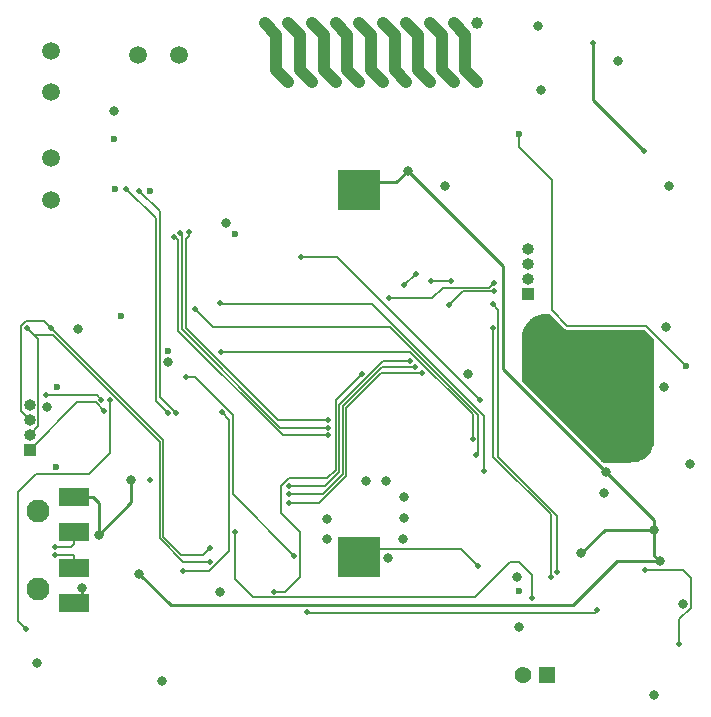
<source format=gbr>
%TF.GenerationSoftware,KiCad,Pcbnew,(6.0.0)*%
%TF.CreationDate,2022-04-27T19:52:18+01:00*%
%TF.ProjectId,flora,666c6f72-612e-46b6-9963-61645f706362,A*%
%TF.SameCoordinates,Original*%
%TF.FileFunction,Copper,L4,Bot*%
%TF.FilePolarity,Positive*%
%FSLAX46Y46*%
G04 Gerber Fmt 4.6, Leading zero omitted, Abs format (unit mm)*
G04 Created by KiCad (PCBNEW (6.0.0)) date 2022-04-27 19:52:18*
%MOMM*%
%LPD*%
G01*
G04 APERTURE LIST*
%TA.AperFunction,EtchedComponent*%
%ADD10C,1.000000*%
%TD*%
%TA.AperFunction,ComponentPad*%
%ADD11C,1.950000*%
%TD*%
%TA.AperFunction,ComponentPad*%
%ADD12C,1.500000*%
%TD*%
%TA.AperFunction,ComponentPad*%
%ADD13R,1.425000X1.425000*%
%TD*%
%TA.AperFunction,ComponentPad*%
%ADD14C,1.425000*%
%TD*%
%TA.AperFunction,ComponentPad*%
%ADD15R,1.000000X1.000000*%
%TD*%
%TA.AperFunction,ComponentPad*%
%ADD16O,1.000000X1.000000*%
%TD*%
%TA.AperFunction,ComponentPad*%
%ADD17C,1.000000*%
%TD*%
%TA.AperFunction,SMDPad,CuDef*%
%ADD18R,3.600000X3.400000*%
%TD*%
%TA.AperFunction,SMDPad,CuDef*%
%ADD19R,2.540000X1.524000*%
%TD*%
%TA.AperFunction,ViaPad*%
%ADD20C,0.500000*%
%TD*%
%TA.AperFunction,ViaPad*%
%ADD21C,0.800000*%
%TD*%
%TA.AperFunction,ViaPad*%
%ADD22C,0.600000*%
%TD*%
%TA.AperFunction,Conductor*%
%ADD23C,0.150000*%
%TD*%
%TA.AperFunction,Conductor*%
%ADD24C,0.250000*%
%TD*%
%TA.AperFunction,Conductor*%
%ADD25C,0.200000*%
%TD*%
G04 APERTURE END LIST*
D10*
%TO.C,AE1*%
X213250000Y-108250000D02*
X213250000Y-111250000D01*
X197250000Y-108250000D02*
X197250000Y-111250000D01*
X209250000Y-108250000D02*
X209250000Y-111250000D01*
X197250000Y-111250000D02*
X198250000Y-112250000D01*
X204250000Y-107250000D02*
X205250000Y-108250000D01*
X207250000Y-108250000D02*
X207250000Y-111250000D01*
X206250000Y-107250000D02*
X207250000Y-108250000D01*
X207250000Y-111250000D02*
X208250000Y-112250000D01*
X212250000Y-107250000D02*
X213250000Y-108250000D01*
X200250000Y-107250000D02*
X201250000Y-108250000D01*
X198250000Y-107250000D02*
X199250000Y-108250000D01*
X203250000Y-108250000D02*
X203250000Y-111250000D01*
X201250000Y-108250000D02*
X201250000Y-111250000D01*
X199250000Y-111250000D02*
X200250000Y-112250000D01*
X199250000Y-108250000D02*
X199250000Y-111250000D01*
X210250000Y-107250000D02*
X211250000Y-108250000D01*
X202250000Y-107250000D02*
X203250000Y-108250000D01*
X208250000Y-107250000D02*
X209250000Y-108250000D01*
X209250000Y-111250000D02*
X210250000Y-112250000D01*
X203250000Y-111250000D02*
X204250000Y-112250000D01*
X196250000Y-107250000D02*
X197250000Y-108250000D01*
X211250000Y-108250000D02*
X211250000Y-111250000D01*
X211250000Y-111250000D02*
X212250000Y-112250000D01*
X201250000Y-111250000D02*
X202250000Y-112250000D01*
X205250000Y-108250000D02*
X205250000Y-111250000D01*
X213250000Y-111250000D02*
X214250000Y-112250000D01*
X205250000Y-111250000D02*
X206250000Y-112250000D01*
%TD*%
D11*
%TO.P,J4,MH1,MH1*%
%TO.N,unconnected-(J4-PadMH1)*%
X177025000Y-148550000D03*
%TO.P,J4,MH2,MH2*%
%TO.N,unconnected-(J4-PadMH2)*%
X177025000Y-155150000D03*
%TD*%
D12*
%TO.P,J3,1,1*%
%TO.N,GPIO13*%
X189000000Y-109950000D03*
%TO.P,J3,2,2*%
%TO.N,GND*%
X185500000Y-109950000D03*
%TD*%
D13*
%TO.P,J5,1,1*%
%TO.N,GND*%
X220150000Y-162450000D03*
D14*
%TO.P,J5,2,2*%
%TO.N,+VSW*%
X218150000Y-162450000D03*
%TD*%
D15*
%TO.P,J8,1,Pin_1*%
%TO.N,GPIO14*%
X218550000Y-130150000D03*
D16*
%TO.P,J8,2,Pin_2*%
%TO.N,GPIO12*%
X218550000Y-128880000D03*
%TO.P,J8,3,Pin_3*%
%TO.N,GPIO13*%
X218550000Y-127610000D03*
%TO.P,J8,4,Pin_4*%
%TO.N,GPIO15*%
X218550000Y-126340000D03*
%TD*%
D15*
%TO.P,J6,1,Pin_1*%
%TO.N,/Microcontroller/DTR*%
X176350000Y-143350000D03*
D16*
%TO.P,J6,2,Pin_2*%
%TO.N,/Microcontroller/U0TXD*%
X176350000Y-142080000D03*
%TO.P,J6,3,Pin_3*%
%TO.N,/Microcontroller/U0RXD*%
X176350000Y-140810000D03*
%TO.P,J6,4,Pin_4*%
%TO.N,/Microcontroller/RTS*%
X176350000Y-139540000D03*
%TD*%
D17*
%TO.P,AE1,*%
%TO.N,*%
X208250000Y-112250000D03*
X214250000Y-107250000D03*
X208250000Y-107250000D03*
X204250000Y-112250000D03*
X196250000Y-107250000D03*
X204250000Y-107250000D03*
X206250000Y-107250000D03*
X198250000Y-107250000D03*
X200250000Y-107250000D03*
X210250000Y-112250000D03*
X202250000Y-112250000D03*
X206250000Y-112250000D03*
X202250000Y-107250000D03*
X212250000Y-107250000D03*
X210250000Y-107250000D03*
X200250000Y-112250000D03*
X198250000Y-112250000D03*
X212250000Y-112250000D03*
X214250000Y-112250000D03*
%TD*%
D12*
%TO.P,J1,1,1*%
%TO.N,GPIO14*%
X178150000Y-118700000D03*
%TO.P,J1,2,2*%
%TO.N,GND*%
X178150000Y-122200000D03*
%TD*%
%TO.P,J2,1,1*%
%TO.N,GPIO12*%
X178150000Y-109600000D03*
%TO.P,J2,2,2*%
%TO.N,GND*%
X178150000Y-113100000D03*
%TD*%
D18*
%TO.P,BT1,1,+*%
%TO.N,VDD*%
X204198921Y-121350000D03*
%TO.P,BT1,2,-*%
%TO.N,Net-(BT1-Pad2)*%
X204198921Y-152450000D03*
%TD*%
D19*
%TO.P,TP3,1,VBUS*%
%TO.N,VBUS*%
X180100000Y-147350000D03*
%TO.P,TP3,2,D-*%
%TO.N,D-*%
X180100000Y-150350000D03*
%TO.P,TP3,3,D+*%
%TO.N,D+*%
X180100000Y-153350000D03*
%TO.P,TP3,4,GND*%
%TO.N,GND*%
X180100000Y-156350000D03*
%TD*%
D20*
%TO.N,EN*%
X198735523Y-152335523D03*
X183152684Y-139147316D03*
X176050000Y-158550000D03*
X189600000Y-137220000D03*
%TO.N,Net-(C10-Pad2)*%
X228350000Y-118050000D03*
X224050000Y-108950000D03*
%TO.N,GPIO0*%
X192620000Y-140180000D03*
X189350000Y-153650000D03*
D21*
%TO.N,VBUS*%
X184950000Y-145950000D03*
X182200000Y-150550000D03*
D20*
%TO.N,GPIO25*%
X214850000Y-145150000D03*
X192450000Y-130950000D03*
%TO.N,GPIO26*%
X190350000Y-131450000D03*
X214150000Y-143850000D03*
%TO.N,GPIO27*%
X192550000Y-135050000D03*
X213850000Y-142450000D03*
%TO.N,GPIO14*%
X199350000Y-127050000D03*
X214450000Y-139150000D03*
X201650000Y-142149006D03*
X188550000Y-125350000D03*
%TO.N,GPIO12*%
X189106944Y-125015834D03*
X201650000Y-141499503D03*
%TO.N,GPIO13*%
X211850000Y-131150000D03*
X215650000Y-129950000D03*
X189850000Y-124950000D03*
X201650000Y-140850000D03*
%TO.N,GPIO15*%
X215650000Y-129250000D03*
X206750000Y-130550000D03*
%TO.N,GPIO16*%
X185650000Y-121450000D03*
X188750000Y-140250000D03*
%TO.N,GPIO17*%
X188050000Y-140250000D03*
X184550000Y-121250000D03*
%TO.N,GPIO5*%
X198350000Y-146450000D03*
X208550000Y-135850000D03*
%TO.N,GPIO18*%
X208939702Y-136369602D03*
X198350000Y-147150000D03*
X212050000Y-129050000D03*
X210350000Y-129050000D03*
%TO.N,GPIO21*%
X193724500Y-150350000D03*
X218850000Y-155950000D03*
%TO.N,/Microcontroller/U0RXD*%
X178150000Y-133050000D03*
X191650000Y-151650000D03*
%TO.N,/Microcontroller/U0TXD*%
X191650000Y-152850000D03*
X176150000Y-133050000D03*
%TO.N,GPIO22*%
X199850000Y-157099011D03*
X224400000Y-156950000D03*
%TO.N,D-*%
X178471551Y-151572048D03*
%TO.N,D+*%
X178500000Y-152250000D03*
D21*
%TO.N,VDD*%
X208350000Y-119750000D03*
X229750000Y-152824500D03*
X223050000Y-152150000D03*
X229250000Y-150150000D03*
X185650000Y-153850000D03*
X225150000Y-145250000D03*
D22*
%TO.N,+3V3*%
X231950000Y-136250000D03*
X183450000Y-117050000D03*
X178650000Y-138089500D03*
X193700000Y-125100000D03*
X188050000Y-134990000D03*
X186550000Y-121450000D03*
X183550000Y-121250000D03*
X217750000Y-116650000D03*
X184050000Y-132019502D03*
X217750000Y-155350000D03*
X178550000Y-144850000D03*
D20*
%TO.N,Net-(BT1-Pad2)*%
X214350000Y-153250000D03*
%TO.N,Net-(JP5-Pad1)*%
X215550000Y-131050000D03*
X220961323Y-153749500D03*
%TO.N,Net-(D2-Pad1)*%
X231350000Y-159850000D03*
X228450000Y-153550000D03*
%TO.N,Net-(JP4-Pad1)*%
X220450000Y-154150000D03*
X215550000Y-133050000D03*
%TO.N,Net-(JP7-Pad1)*%
X223550000Y-137850000D03*
%TO.N,/Microcontroller/RTS*%
X182385523Y-139114477D03*
X177750000Y-138750000D03*
%TO.N,/Microcontroller/DTR*%
X182678184Y-140050000D03*
D21*
%TO.N,GND*%
X193000000Y-124200000D03*
X183450000Y-114650000D03*
X230250000Y-132950000D03*
X226150000Y-110450000D03*
X232250000Y-144550000D03*
X187550000Y-162950000D03*
X230050000Y-138062500D03*
X180450000Y-133150000D03*
X180800000Y-155050000D03*
X207950000Y-150950000D03*
X192450000Y-155450000D03*
X219350000Y-107450000D03*
X217650000Y-154150000D03*
X208050000Y-149150000D03*
X201550000Y-150950000D03*
X177850000Y-139750000D03*
X231650000Y-156450000D03*
X217750000Y-158350000D03*
X213450000Y-136950000D03*
X206698423Y-152550000D03*
X219650000Y-112950000D03*
X208050000Y-147350000D03*
X204850000Y-146050000D03*
X188050000Y-135950000D03*
X201550000Y-149250000D03*
X230440539Y-121071478D03*
X176950000Y-161450000D03*
X211550000Y-121050000D03*
X224950000Y-147050000D03*
X206550000Y-146050000D03*
X229250000Y-164150000D03*
D20*
X186550000Y-145950000D03*
%TO.N,GPIO19*%
X209550000Y-136850000D03*
X198350000Y-147850000D03*
%TO.N,GPIO23*%
X197050000Y-155400011D03*
X204514477Y-136914477D03*
X209050000Y-128450000D03*
X208075500Y-129450000D03*
%TD*%
D23*
%TO.N,EN*%
X175350000Y-146950000D02*
X176850000Y-145450000D01*
X190331061Y-137220000D02*
X189600000Y-137220000D01*
X175350000Y-157850000D02*
X175350000Y-146950000D01*
X193549520Y-140438459D02*
X190331061Y-137220000D01*
X183152684Y-143647316D02*
X183152684Y-139147316D01*
X193549520Y-147149520D02*
X193549520Y-140438459D01*
X176050000Y-158550000D02*
X175350000Y-157850000D01*
X198735523Y-152335523D02*
X193549520Y-147149520D01*
X181350000Y-145450000D02*
X183152684Y-143647316D01*
X176850000Y-145450000D02*
X181350000Y-145450000D01*
D24*
%TO.N,Net-(C10-Pad2)*%
X224050000Y-113750000D02*
X224050000Y-108950000D01*
X228350000Y-118050000D02*
X224050000Y-113750000D01*
D23*
%TO.N,GPIO0*%
X193250000Y-151921061D02*
X193250000Y-140810000D01*
X189350000Y-153650000D02*
X191521061Y-153650000D01*
X191521061Y-153650000D02*
X193250000Y-151921061D01*
X193250000Y-140810000D02*
X192620000Y-140180000D01*
D24*
%TO.N,VBUS*%
X181700000Y-147350000D02*
X180100000Y-147350000D01*
X184950000Y-147800000D02*
X182200000Y-150550000D01*
X184950000Y-145950000D02*
X184950000Y-147800000D01*
X182200000Y-150550000D02*
X182200000Y-147850000D01*
X182200000Y-147850000D02*
X181700000Y-147350000D01*
D23*
%TO.N,GPIO25*%
X205368232Y-131050000D02*
X192550000Y-131050000D01*
X192550000Y-131050000D02*
X192450000Y-130950000D01*
X214850000Y-145150000D02*
X214850000Y-140531768D01*
X214850000Y-140531768D02*
X205368232Y-131050000D01*
%TO.N,GPIO26*%
X191902677Y-133002677D02*
X206897323Y-133002677D01*
X206897323Y-133002677D02*
X214324511Y-140429864D01*
X214324511Y-143675489D02*
X214150000Y-143850000D01*
X190350000Y-131450000D02*
X191902677Y-133002677D01*
X214324511Y-140429864D02*
X214324511Y-143675489D01*
%TO.N,GPIO27*%
X213850000Y-142450000D02*
X213850000Y-140378939D01*
X213850000Y-140378939D02*
X208521061Y-135050000D01*
X192550000Y-135050000D02*
X208521061Y-135050000D01*
%TO.N,GPIO14*%
X188950000Y-133297170D02*
X188950000Y-125650000D01*
X188650000Y-125350000D02*
X188550000Y-125350000D01*
X214450000Y-139150000D02*
X202350000Y-127050000D01*
X201650000Y-142149006D02*
X197801836Y-142149006D01*
X197801836Y-142149006D02*
X188950000Y-133297170D01*
X202350000Y-127050000D02*
X199350000Y-127050000D01*
X188950000Y-125650000D02*
X188650000Y-125350000D01*
%TO.N,GPIO12*%
X189250000Y-133173585D02*
X189250000Y-125158890D01*
X197575918Y-141499503D02*
X189250000Y-133173585D01*
X201650000Y-141499503D02*
X197575918Y-141499503D01*
X189250000Y-125158890D02*
X189106944Y-125015834D01*
%TO.N,GPIO13*%
X189850000Y-125250000D02*
X189850000Y-124950000D01*
X201650000Y-140850000D02*
X197350000Y-140850000D01*
X213050000Y-129950000D02*
X215650000Y-129950000D01*
X211850000Y-131150000D02*
X213050000Y-129950000D01*
X189550000Y-133050000D02*
X189550000Y-125550000D01*
X197350000Y-140850000D02*
X189550000Y-133050000D01*
X189550000Y-125550000D02*
X189850000Y-125250000D01*
%TO.N,GPIO15*%
X215250000Y-129650000D02*
X211350000Y-129650000D01*
X215650000Y-129250000D02*
X215250000Y-129650000D01*
X210450000Y-130550000D02*
X206750000Y-130550000D01*
X211350000Y-129650000D02*
X210450000Y-130550000D01*
%TO.N,GPIO16*%
X187375489Y-138875489D02*
X187375489Y-123175489D01*
X188750000Y-140250000D02*
X187375489Y-138875489D01*
X187375489Y-123175489D02*
X185650000Y-121450000D01*
%TO.N,GPIO17*%
X187075969Y-123775969D02*
X184550000Y-121250000D01*
X187050000Y-139250000D02*
X188050000Y-140250000D01*
X187075969Y-139275969D02*
X187075969Y-123775969D01*
%TO.N,GPIO5*%
X198350000Y-146450000D02*
X201350000Y-146450000D01*
X206250000Y-135850000D02*
X208550000Y-135850000D01*
X201350000Y-146450000D02*
X202549520Y-145250480D01*
X202549520Y-145250480D02*
X202549520Y-139550481D01*
X202549520Y-139550481D02*
X206250000Y-135850000D01*
%TO.N,GPIO18*%
X206153985Y-136369602D02*
X208939702Y-136369602D01*
X210350000Y-129050000D02*
X212050000Y-129050000D01*
X198350000Y-147150000D02*
X201150000Y-147150000D01*
X202850000Y-139673587D02*
X206153985Y-136369602D01*
X202850000Y-145450000D02*
X202850000Y-139673587D01*
X201150000Y-147150000D02*
X202850000Y-145450000D01*
%TO.N,GPIO21*%
X217750000Y-152850000D02*
X218850000Y-153950000D01*
X217050000Y-152850000D02*
X217750000Y-152850000D01*
X193724500Y-150350000D02*
X193724500Y-154324500D01*
X214025489Y-155874511D02*
X217050000Y-152850000D01*
X218850000Y-153950000D02*
X218850000Y-155950000D01*
X193724500Y-154324500D02*
X195274511Y-155874511D01*
X195274511Y-155874511D02*
X214025489Y-155874511D01*
%TO.N,/Microcontroller/U0RXD*%
X187650000Y-142550000D02*
X187650000Y-150750000D01*
X176078939Y-132450000D02*
X177550000Y-132450000D01*
X191050000Y-152250000D02*
X191650000Y-151650000D01*
X189150000Y-152250000D02*
X191050000Y-152250000D01*
X178150000Y-133050000D02*
X187650000Y-142550000D01*
X187650000Y-150750000D02*
X189150000Y-152250000D01*
X177550000Y-132450000D02*
X178150000Y-133050000D01*
X176350000Y-140810000D02*
X175625489Y-140085489D01*
X175625489Y-140085489D02*
X175625489Y-132903450D01*
X175625489Y-132903450D02*
X176078939Y-132450000D01*
%TO.N,/Microcontroller/U0TXD*%
X176711793Y-133611793D02*
X178288207Y-133611793D01*
X176350000Y-142080000D02*
X177074511Y-141355489D01*
X176150000Y-133050000D02*
X177074511Y-133974511D01*
X187350480Y-142674066D02*
X187350480Y-150874066D01*
X178288207Y-133611793D02*
X187350480Y-142674066D01*
X177074511Y-141355489D02*
X177074511Y-133974511D01*
X187350480Y-150874066D02*
X189326414Y-152850000D01*
X189326414Y-152850000D02*
X191650000Y-152850000D01*
%TO.N,GPIO22*%
X199900989Y-157150000D02*
X224200000Y-157150000D01*
X224200000Y-157150000D02*
X224400000Y-156950000D01*
X199850000Y-157099011D02*
X199900989Y-157150000D01*
D25*
%TO.N,D-*%
X178471551Y-151572048D02*
X179877952Y-151572048D01*
X180100000Y-151350000D02*
X180100000Y-150350000D01*
X179877952Y-151572048D02*
X180100000Y-151350000D01*
%TO.N,D+*%
X180000000Y-152250000D02*
X180100000Y-152350000D01*
X178500000Y-152250000D02*
X180000000Y-152250000D01*
X180100000Y-152350000D02*
X180100000Y-153350000D01*
D24*
%TO.N,VDD*%
X185650000Y-153850000D02*
X188324511Y-156524511D01*
X229250000Y-152324500D02*
X229750000Y-152824500D01*
X222375489Y-156524511D02*
X188324511Y-156524511D01*
X216424031Y-136524031D02*
X216424031Y-127824031D01*
X225150000Y-145250000D02*
X216424031Y-136524031D01*
X207400000Y-120700000D02*
X208350000Y-119750000D01*
X223050000Y-152150000D02*
X225050000Y-150150000D01*
X229250000Y-150150000D02*
X229250000Y-152324500D01*
X226075500Y-152824500D02*
X222375489Y-156524511D01*
X204298921Y-120700000D02*
X207400000Y-120700000D01*
X229250000Y-149350000D02*
X229250000Y-150150000D01*
X225150000Y-145250000D02*
X229250000Y-149350000D01*
X216424031Y-127824031D02*
X208350000Y-119750000D01*
X225050000Y-150150000D02*
X229250000Y-150150000D01*
X229750000Y-152824500D02*
X226075500Y-152824500D01*
D25*
%TO.N,+3V3*%
X217750000Y-117750000D02*
X217750000Y-116650000D01*
X221850000Y-132850000D02*
X228550000Y-132850000D01*
X221850000Y-132850000D02*
X220550000Y-131550000D01*
X220550000Y-131550000D02*
X220550000Y-120550000D01*
X231950000Y-136250000D02*
X228550000Y-132850000D01*
X217750000Y-117750000D02*
X220550000Y-120550000D01*
%TO.N,Net-(BT1-Pad2)*%
X214350000Y-153250000D02*
X212900000Y-151800000D01*
X212900000Y-151800000D02*
X204298921Y-151800000D01*
D23*
%TO.N,Net-(JP5-Pad1)*%
X216024511Y-144000925D02*
X220961323Y-148937738D01*
X216024511Y-131524511D02*
X215550000Y-131050000D01*
X220961323Y-153749500D02*
X220961323Y-148937738D01*
X216024511Y-144000925D02*
X216024511Y-131524511D01*
%TO.N,Net-(D2-Pad1)*%
X232324511Y-156729393D02*
X232324511Y-154224511D01*
X232324511Y-154224511D02*
X231650000Y-153550000D01*
X231350000Y-159850000D02*
X231350000Y-157703904D01*
X231650000Y-153550000D02*
X228450000Y-153550000D01*
X231350000Y-157703904D02*
X232324511Y-156729393D01*
%TO.N,Net-(JP4-Pad1)*%
X215550000Y-143950000D02*
X215550000Y-133050000D01*
X215550000Y-143950000D02*
X220450000Y-148850000D01*
X220450000Y-154150000D02*
X220450000Y-148850000D01*
%TO.N,/Microcontroller/RTS*%
X177750000Y-138750000D02*
X182021046Y-138750000D01*
X182021046Y-138750000D02*
X182385523Y-139114477D01*
%TO.N,/Microcontroller/DTR*%
X182650000Y-140050000D02*
X182678184Y-140050000D01*
X176350000Y-143350000D02*
X180350000Y-139350000D01*
X181950000Y-139350000D02*
X182650000Y-140050000D01*
X180350000Y-139350000D02*
X181950000Y-139350000D01*
D24*
%TO.N,GND*%
X180800000Y-155650000D02*
X180800000Y-155050000D01*
X180100000Y-156350000D02*
X180800000Y-155650000D01*
D23*
%TO.N,GPIO19*%
X203150000Y-139797173D02*
X206097173Y-136850000D01*
X198350000Y-147850000D02*
X200873585Y-147850000D01*
X203150000Y-145573585D02*
X203150000Y-139797173D01*
X200873585Y-147850000D02*
X203150000Y-145573585D01*
X206097173Y-136850000D02*
X209550000Y-136850000D01*
%TO.N,GPIO23*%
X198350000Y-145750000D02*
X201550000Y-145750000D01*
X202250000Y-139178954D02*
X204514477Y-136914477D01*
X197650000Y-146450000D02*
X198350000Y-145750000D01*
X197650000Y-148750000D02*
X197650000Y-146450000D01*
X199250000Y-150350000D02*
X197650000Y-148750000D01*
X201550000Y-145750000D02*
X202250000Y-145050000D01*
X209050000Y-128475500D02*
X208075500Y-129450000D01*
X202250000Y-145050000D02*
X202250000Y-139178954D01*
X197050000Y-155400011D02*
X197999989Y-155400011D01*
X199250000Y-154150000D02*
X199250000Y-150350000D01*
X197999989Y-155400011D02*
X199250000Y-154150000D01*
X209050000Y-128450000D02*
X209050000Y-128475500D01*
%TD*%
%TA.AperFunction,Conductor*%
%TO.N,Net-(JP7-Pad1)*%
G36*
X220364592Y-131870002D02*
G01*
X220385566Y-131886905D01*
X221563084Y-133064423D01*
X221575592Y-133079909D01*
X221578526Y-133083134D01*
X221584175Y-133091882D01*
X221592352Y-133098328D01*
X221608430Y-133111003D01*
X221612431Y-133114559D01*
X221612516Y-133114459D01*
X221616473Y-133117812D01*
X221620156Y-133121495D01*
X221624391Y-133124521D01*
X221624393Y-133124523D01*
X221634669Y-133131866D01*
X221639417Y-133135431D01*
X221668677Y-133158498D01*
X221668679Y-133158499D01*
X221676857Y-133164946D01*
X221684927Y-133167780D01*
X221691886Y-133172753D01*
X221701864Y-133175737D01*
X221701866Y-133175738D01*
X221737576Y-133186417D01*
X221743220Y-133188251D01*
X221788208Y-133204050D01*
X221793404Y-133204500D01*
X221796111Y-133204500D01*
X221798365Y-133204597D01*
X221798841Y-133204740D01*
X221798839Y-133204786D01*
X221799038Y-133204799D01*
X221804955Y-133206568D01*
X221855124Y-133204597D01*
X221860070Y-133204500D01*
X228350971Y-133204500D01*
X228419092Y-133224502D01*
X228440066Y-133241405D01*
X229213095Y-134014434D01*
X229247121Y-134076746D01*
X229250000Y-134103529D01*
X229250000Y-142445499D01*
X229249679Y-142454487D01*
X229230286Y-142725645D01*
X229227728Y-142743433D01*
X229170903Y-143004654D01*
X229165840Y-143021900D01*
X229072411Y-143272393D01*
X229064945Y-143288740D01*
X228936824Y-143523375D01*
X228927105Y-143538498D01*
X228766897Y-143752510D01*
X228755124Y-143766096D01*
X228566096Y-143955124D01*
X228552510Y-143966897D01*
X228338498Y-144127105D01*
X228323375Y-144136824D01*
X228088740Y-144264945D01*
X228072393Y-144272411D01*
X227821900Y-144365840D01*
X227804658Y-144370902D01*
X227543433Y-144427728D01*
X227525650Y-144430285D01*
X227303871Y-144446147D01*
X227254487Y-144449679D01*
X227245499Y-144450000D01*
X224938884Y-144450000D01*
X224870763Y-144429998D01*
X224849789Y-144413095D01*
X218086905Y-137650211D01*
X218052879Y-137587899D01*
X218050000Y-137561116D01*
X218050000Y-133854501D01*
X218050321Y-133845513D01*
X218069714Y-133574355D01*
X218072272Y-133556567D01*
X218129098Y-133295342D01*
X218134161Y-133278097D01*
X218227589Y-133027607D01*
X218235055Y-133011260D01*
X218363176Y-132776625D01*
X218372895Y-132761502D01*
X218533103Y-132547490D01*
X218544876Y-132533904D01*
X218733904Y-132344876D01*
X218747490Y-132333103D01*
X218961502Y-132172895D01*
X218976625Y-132163176D01*
X219211260Y-132035055D01*
X219227607Y-132027589D01*
X219478100Y-131934160D01*
X219495342Y-131929098D01*
X219756567Y-131872272D01*
X219774350Y-131869715D01*
X219996129Y-131853853D01*
X220045513Y-131850321D01*
X220054501Y-131850000D01*
X220296471Y-131850000D01*
X220364592Y-131870002D01*
G37*
%TD.AperFunction*%
%TD*%
M02*

</source>
